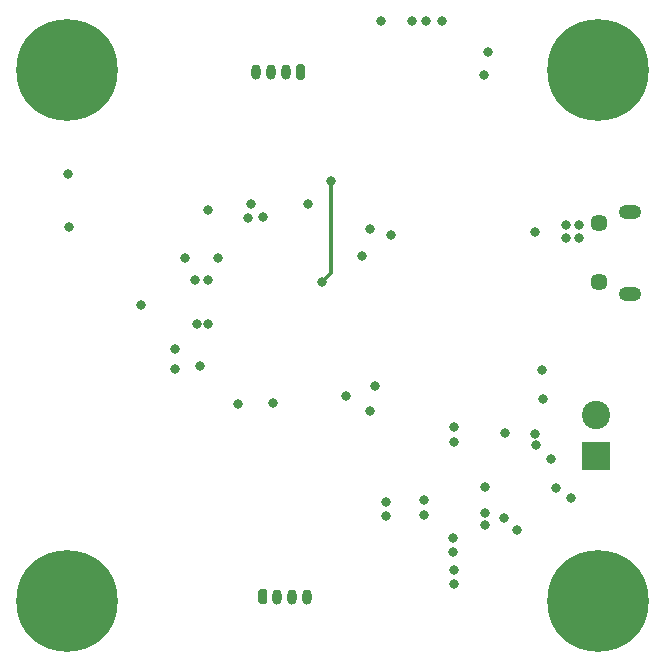
<source format=gbr>
%TF.GenerationSoftware,KiCad,Pcbnew,(5.1.8)-1*%
%TF.CreationDate,2021-01-09T13:57:28-05:00*%
%TF.ProjectId,STM32+USB+BUCK,53544d33-322b-4555-9342-2b4255434b2e,rev?*%
%TF.SameCoordinates,Original*%
%TF.FileFunction,Copper,L4,Bot*%
%TF.FilePolarity,Positive*%
%FSLAX46Y46*%
G04 Gerber Fmt 4.6, Leading zero omitted, Abs format (unit mm)*
G04 Created by KiCad (PCBNEW (5.1.8)-1) date 2021-01-09 13:57:28*
%MOMM*%
%LPD*%
G01*
G04 APERTURE LIST*
%TA.AperFunction,ComponentPad*%
%ADD10O,1.900000X1.200000*%
%TD*%
%TA.AperFunction,ComponentPad*%
%ADD11C,1.450000*%
%TD*%
%TA.AperFunction,ComponentPad*%
%ADD12C,8.600000*%
%TD*%
%TA.AperFunction,ComponentPad*%
%ADD13R,2.400000X2.400000*%
%TD*%
%TA.AperFunction,ComponentPad*%
%ADD14C,2.400000*%
%TD*%
%TA.AperFunction,ComponentPad*%
%ADD15O,0.800000X1.300000*%
%TD*%
%TA.AperFunction,ViaPad*%
%ADD16C,0.800000*%
%TD*%
%TA.AperFunction,Conductor*%
%ADD17C,0.300000*%
%TD*%
G04 APERTURE END LIST*
D10*
%TO.P,J1,6*%
%TO.N,Net-(J1-Pad6)*%
X162737500Y-92000000D03*
X162737500Y-99000000D03*
D11*
X160037500Y-93000000D03*
X160037500Y-98000000D03*
%TD*%
D12*
%TO.P,H1,1*%
%TO.N,GND*%
X160000000Y-80000000D03*
%TD*%
%TO.P,H2,1*%
%TO.N,GND*%
X115000000Y-125000000D03*
%TD*%
%TO.P,H3,1*%
%TO.N,GND*%
X160000000Y-125000000D03*
%TD*%
%TO.P,H4,1*%
%TO.N,GND*%
X115000000Y-80000000D03*
%TD*%
D13*
%TO.P,J2,1*%
%TO.N,+12V*%
X159800000Y-112700000D03*
D14*
%TO.P,J2,2*%
%TO.N,GND*%
X159800000Y-109200000D03*
%TD*%
%TO.P,J3,1*%
%TO.N,+3V3*%
%TA.AperFunction,ComponentPad*%
G36*
G01*
X135200000Y-79750000D02*
X135200000Y-80650000D01*
G75*
G02*
X135000000Y-80850000I-200000J0D01*
G01*
X134600000Y-80850000D01*
G75*
G02*
X134400000Y-80650000I0J200000D01*
G01*
X134400000Y-79750000D01*
G75*
G02*
X134600000Y-79550000I200000J0D01*
G01*
X135000000Y-79550000D01*
G75*
G02*
X135200000Y-79750000I0J-200000D01*
G01*
G37*
%TD.AperFunction*%
D15*
%TO.P,J3,2*%
%TO.N,I2C1_SCL*%
X133550000Y-80200000D03*
%TO.P,J3,3*%
%TO.N,I2C1_SDA*%
X132300000Y-80200000D03*
%TO.P,J3,4*%
%TO.N,GND*%
X131050000Y-80200000D03*
%TD*%
%TO.P,J5,4*%
%TO.N,GND*%
X135350000Y-124600000D03*
%TO.P,J5,3*%
%TO.N,USART3_RX*%
X134100000Y-124600000D03*
%TO.P,J5,2*%
%TO.N,USART3_TX*%
X132850000Y-124600000D03*
%TO.P,J5,1*%
%TO.N,+3V3*%
%TA.AperFunction,ComponentPad*%
G36*
G01*
X131200000Y-125050000D02*
X131200000Y-124150000D01*
G75*
G02*
X131400000Y-123950000I200000J0D01*
G01*
X131800000Y-123950000D01*
G75*
G02*
X132000000Y-124150000I0J-200000D01*
G01*
X132000000Y-125050000D01*
G75*
G02*
X131800000Y-125250000I-200000J0D01*
G01*
X131400000Y-125250000D01*
G75*
G02*
X131200000Y-125050000I0J200000D01*
G01*
G37*
%TD.AperFunction*%
%TD*%
D16*
%TO.N,GND*%
X154650000Y-110800000D03*
X152150000Y-110750000D03*
X155250000Y-105450000D03*
X155300000Y-107850000D03*
X150450000Y-115350000D03*
X150450000Y-117550000D03*
X150450000Y-118500000D03*
X147750000Y-119650000D03*
X147750000Y-120800000D03*
X147800000Y-122350000D03*
X147800000Y-123550000D03*
X150370000Y-80460000D03*
X145400000Y-75850000D03*
X144200000Y-75850000D03*
X141650000Y-75850000D03*
X125050000Y-95950000D03*
X127850000Y-95950000D03*
X126950000Y-91900000D03*
X115200000Y-93300000D03*
X125900000Y-97800000D03*
X121300000Y-99900000D03*
X126000000Y-101550000D03*
X127000000Y-101500000D03*
X141150000Y-106800000D03*
X140700000Y-108850000D03*
X129500000Y-108300000D03*
X140700000Y-93500000D03*
X142500000Y-94000000D03*
X131650000Y-92500000D03*
X154686000Y-93726000D03*
X147828000Y-110236000D03*
X147828000Y-111506000D03*
X156400000Y-115400000D03*
X157700000Y-116250000D03*
X154750000Y-111800000D03*
X156000000Y-112950000D03*
X158350000Y-94200000D03*
X157300000Y-94200000D03*
X157300000Y-93150000D03*
X158350000Y-93150000D03*
X126300000Y-105050000D03*
%TO.N,+3V3*%
X130600000Y-91400000D03*
X130320000Y-92550000D03*
X135400000Y-91400000D03*
X140000000Y-95750000D03*
X152025000Y-117925000D03*
X153150000Y-118950000D03*
X150710000Y-78470000D03*
X146750000Y-75850000D03*
X115100000Y-88800000D03*
X126950000Y-97800000D03*
X124215000Y-103650000D03*
X124215000Y-105350000D03*
X138650000Y-107600000D03*
X132500000Y-108250000D03*
X145250000Y-116450000D03*
X142000000Y-116600000D03*
X145250000Y-117700000D03*
X142000000Y-117750000D03*
%TO.N,NRST*%
X137400000Y-89400000D03*
X136600000Y-98000000D03*
%TD*%
D17*
%TO.N,NRST*%
X137400000Y-97200000D02*
X137400000Y-89400000D01*
X136600000Y-98000000D02*
X137400000Y-97200000D01*
%TD*%
M02*

</source>
